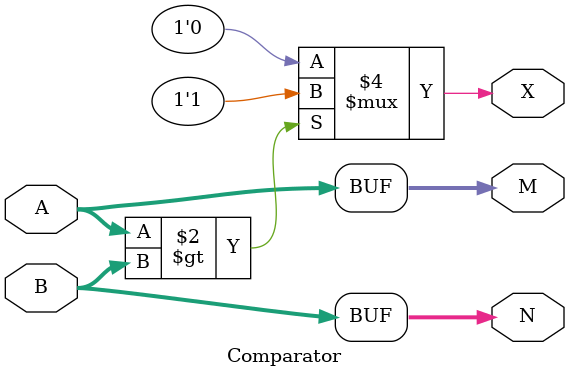
<source format=v>
`timescale 1ns / 1ps


module Comparator(A,B,X,M,N);
    input [3:0]A;
    input [3:0]B;
    output [3:0]M;
    output [3:0]N;       
    output X;
    reg X;
    assign M=A;
    assign N=B;
    
    always @*
    if(A>B)
    X=1;
    else
    X=0;
endmodule

</source>
